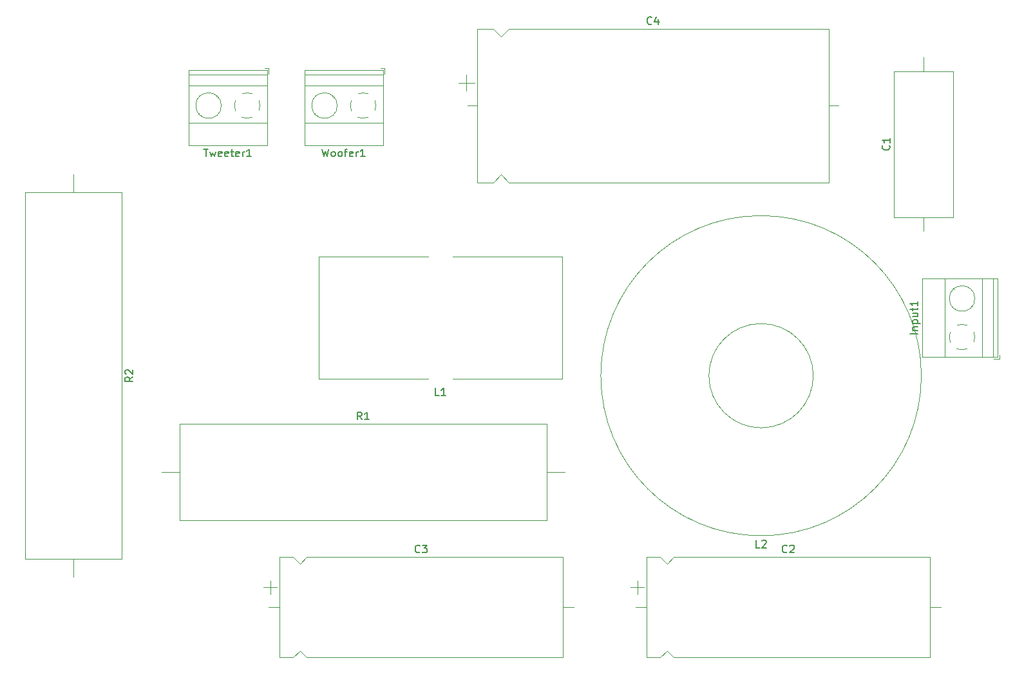
<source format=gbr>
%TF.GenerationSoftware,KiCad,Pcbnew,6.0.2+dfsg-1*%
%TF.CreationDate,2022-10-05T13:12:57-04:00*%
%TF.ProjectId,overnight-sensations,6f766572-6e69-4676-9874-2d73656e7361,rev?*%
%TF.SameCoordinates,Original*%
%TF.FileFunction,Legend,Top*%
%TF.FilePolarity,Positive*%
%FSLAX46Y46*%
G04 Gerber Fmt 4.6, Leading zero omitted, Abs format (unit mm)*
G04 Created by KiCad (PCBNEW 6.0.2+dfsg-1) date 2022-10-05 13:12:57*
%MOMM*%
%LPD*%
G01*
G04 APERTURE LIST*
%ADD10C,0.150000*%
%ADD11C,0.120000*%
G04 APERTURE END LIST*
D10*
%TO.C,C2*%
X228433333Y-117197142D02*
X228385714Y-117244761D01*
X228242857Y-117292380D01*
X228147619Y-117292380D01*
X228004761Y-117244761D01*
X227909523Y-117149523D01*
X227861904Y-117054285D01*
X227814285Y-116863809D01*
X227814285Y-116720952D01*
X227861904Y-116530476D01*
X227909523Y-116435238D01*
X228004761Y-116340000D01*
X228147619Y-116292380D01*
X228242857Y-116292380D01*
X228385714Y-116340000D01*
X228433333Y-116387619D01*
X228814285Y-116387619D02*
X228861904Y-116340000D01*
X228957142Y-116292380D01*
X229195238Y-116292380D01*
X229290476Y-116340000D01*
X229338095Y-116387619D01*
X229385714Y-116482857D01*
X229385714Y-116578095D01*
X229338095Y-116720952D01*
X228766666Y-117292380D01*
X229385714Y-117292380D01*
%TO.C,Input1*%
X245652380Y-88479047D02*
X244652380Y-88479047D01*
X244985714Y-88002857D02*
X245652380Y-88002857D01*
X245080952Y-88002857D02*
X245033333Y-87955238D01*
X244985714Y-87860000D01*
X244985714Y-87717142D01*
X245033333Y-87621904D01*
X245128571Y-87574285D01*
X245652380Y-87574285D01*
X244985714Y-87098095D02*
X245985714Y-87098095D01*
X245033333Y-87098095D02*
X244985714Y-87002857D01*
X244985714Y-86812380D01*
X245033333Y-86717142D01*
X245080952Y-86669523D01*
X245176190Y-86621904D01*
X245461904Y-86621904D01*
X245557142Y-86669523D01*
X245604761Y-86717142D01*
X245652380Y-86812380D01*
X245652380Y-87002857D01*
X245604761Y-87098095D01*
X244985714Y-85764761D02*
X245652380Y-85764761D01*
X244985714Y-86193333D02*
X245509523Y-86193333D01*
X245604761Y-86145714D01*
X245652380Y-86050476D01*
X245652380Y-85907619D01*
X245604761Y-85812380D01*
X245557142Y-85764761D01*
X244985714Y-85431428D02*
X244985714Y-85050476D01*
X244652380Y-85288571D02*
X245509523Y-85288571D01*
X245604761Y-85240952D01*
X245652380Y-85145714D01*
X245652380Y-85050476D01*
X245652380Y-84193333D02*
X245652380Y-84764761D01*
X245652380Y-84479047D02*
X244652380Y-84479047D01*
X244795238Y-84574285D01*
X244890476Y-84669523D01*
X244938095Y-84764761D01*
%TO.C,Tweeter1*%
X151773333Y-64132380D02*
X152344761Y-64132380D01*
X152059047Y-65132380D02*
X152059047Y-64132380D01*
X152582857Y-64465714D02*
X152773333Y-65132380D01*
X152963809Y-64656190D01*
X153154285Y-65132380D01*
X153344761Y-64465714D01*
X154106666Y-65084761D02*
X154011428Y-65132380D01*
X153820952Y-65132380D01*
X153725714Y-65084761D01*
X153678095Y-64989523D01*
X153678095Y-64608571D01*
X153725714Y-64513333D01*
X153820952Y-64465714D01*
X154011428Y-64465714D01*
X154106666Y-64513333D01*
X154154285Y-64608571D01*
X154154285Y-64703809D01*
X153678095Y-64799047D01*
X154963809Y-65084761D02*
X154868571Y-65132380D01*
X154678095Y-65132380D01*
X154582857Y-65084761D01*
X154535238Y-64989523D01*
X154535238Y-64608571D01*
X154582857Y-64513333D01*
X154678095Y-64465714D01*
X154868571Y-64465714D01*
X154963809Y-64513333D01*
X155011428Y-64608571D01*
X155011428Y-64703809D01*
X154535238Y-64799047D01*
X155297142Y-64465714D02*
X155678095Y-64465714D01*
X155440000Y-64132380D02*
X155440000Y-64989523D01*
X155487619Y-65084761D01*
X155582857Y-65132380D01*
X155678095Y-65132380D01*
X156392380Y-65084761D02*
X156297142Y-65132380D01*
X156106666Y-65132380D01*
X156011428Y-65084761D01*
X155963809Y-64989523D01*
X155963809Y-64608571D01*
X156011428Y-64513333D01*
X156106666Y-64465714D01*
X156297142Y-64465714D01*
X156392380Y-64513333D01*
X156440000Y-64608571D01*
X156440000Y-64703809D01*
X155963809Y-64799047D01*
X156868571Y-65132380D02*
X156868571Y-64465714D01*
X156868571Y-64656190D02*
X156916190Y-64560952D01*
X156963809Y-64513333D01*
X157059047Y-64465714D01*
X157154285Y-64465714D01*
X158011428Y-65132380D02*
X157440000Y-65132380D01*
X157725714Y-65132380D02*
X157725714Y-64132380D01*
X157630476Y-64275238D01*
X157535238Y-64370476D01*
X157440000Y-64418095D01*
%TO.C,C4*%
X210653333Y-47657142D02*
X210605714Y-47704761D01*
X210462857Y-47752380D01*
X210367619Y-47752380D01*
X210224761Y-47704761D01*
X210129523Y-47609523D01*
X210081904Y-47514285D01*
X210034285Y-47323809D01*
X210034285Y-47180952D01*
X210081904Y-46990476D01*
X210129523Y-46895238D01*
X210224761Y-46800000D01*
X210367619Y-46752380D01*
X210462857Y-46752380D01*
X210605714Y-46800000D01*
X210653333Y-46847619D01*
X211510476Y-47085714D02*
X211510476Y-47752380D01*
X211272380Y-46704761D02*
X211034285Y-47419047D01*
X211653333Y-47419047D01*
%TO.C,R1*%
X172553333Y-99762380D02*
X172220000Y-99286190D01*
X171981904Y-99762380D02*
X171981904Y-98762380D01*
X172362857Y-98762380D01*
X172458095Y-98810000D01*
X172505714Y-98857619D01*
X172553333Y-98952857D01*
X172553333Y-99095714D01*
X172505714Y-99190952D01*
X172458095Y-99238571D01*
X172362857Y-99286190D01*
X171981904Y-99286190D01*
X173505714Y-99762380D02*
X172934285Y-99762380D01*
X173220000Y-99762380D02*
X173220000Y-98762380D01*
X173124761Y-98905238D01*
X173029523Y-99000476D01*
X172934285Y-99048095D01*
%TO.C,Woofer1*%
X167346666Y-64132380D02*
X167584761Y-65132380D01*
X167775238Y-64418095D01*
X167965714Y-65132380D01*
X168203809Y-64132380D01*
X168727619Y-65132380D02*
X168632380Y-65084761D01*
X168584761Y-65037142D01*
X168537142Y-64941904D01*
X168537142Y-64656190D01*
X168584761Y-64560952D01*
X168632380Y-64513333D01*
X168727619Y-64465714D01*
X168870476Y-64465714D01*
X168965714Y-64513333D01*
X169013333Y-64560952D01*
X169060952Y-64656190D01*
X169060952Y-64941904D01*
X169013333Y-65037142D01*
X168965714Y-65084761D01*
X168870476Y-65132380D01*
X168727619Y-65132380D01*
X169632380Y-65132380D02*
X169537142Y-65084761D01*
X169489523Y-65037142D01*
X169441904Y-64941904D01*
X169441904Y-64656190D01*
X169489523Y-64560952D01*
X169537142Y-64513333D01*
X169632380Y-64465714D01*
X169775238Y-64465714D01*
X169870476Y-64513333D01*
X169918095Y-64560952D01*
X169965714Y-64656190D01*
X169965714Y-64941904D01*
X169918095Y-65037142D01*
X169870476Y-65084761D01*
X169775238Y-65132380D01*
X169632380Y-65132380D01*
X170251428Y-64465714D02*
X170632380Y-64465714D01*
X170394285Y-65132380D02*
X170394285Y-64275238D01*
X170441904Y-64180000D01*
X170537142Y-64132380D01*
X170632380Y-64132380D01*
X171346666Y-65084761D02*
X171251428Y-65132380D01*
X171060952Y-65132380D01*
X170965714Y-65084761D01*
X170918095Y-64989523D01*
X170918095Y-64608571D01*
X170965714Y-64513333D01*
X171060952Y-64465714D01*
X171251428Y-64465714D01*
X171346666Y-64513333D01*
X171394285Y-64608571D01*
X171394285Y-64703809D01*
X170918095Y-64799047D01*
X171822857Y-65132380D02*
X171822857Y-64465714D01*
X171822857Y-64656190D02*
X171870476Y-64560952D01*
X171918095Y-64513333D01*
X172013333Y-64465714D01*
X172108571Y-64465714D01*
X172965714Y-65132380D02*
X172394285Y-65132380D01*
X172680000Y-65132380D02*
X172680000Y-64132380D01*
X172584761Y-64275238D01*
X172489523Y-64370476D01*
X172394285Y-64418095D01*
%TO.C,C3*%
X180173333Y-117197142D02*
X180125714Y-117244761D01*
X179982857Y-117292380D01*
X179887619Y-117292380D01*
X179744761Y-117244761D01*
X179649523Y-117149523D01*
X179601904Y-117054285D01*
X179554285Y-116863809D01*
X179554285Y-116720952D01*
X179601904Y-116530476D01*
X179649523Y-116435238D01*
X179744761Y-116340000D01*
X179887619Y-116292380D01*
X179982857Y-116292380D01*
X180125714Y-116340000D01*
X180173333Y-116387619D01*
X180506666Y-116292380D02*
X181125714Y-116292380D01*
X180792380Y-116673333D01*
X180935238Y-116673333D01*
X181030476Y-116720952D01*
X181078095Y-116768571D01*
X181125714Y-116863809D01*
X181125714Y-117101904D01*
X181078095Y-117197142D01*
X181030476Y-117244761D01*
X180935238Y-117292380D01*
X180649523Y-117292380D01*
X180554285Y-117244761D01*
X180506666Y-117197142D01*
%TO.C,C1*%
X241867142Y-63666666D02*
X241914761Y-63714285D01*
X241962380Y-63857142D01*
X241962380Y-63952380D01*
X241914761Y-64095238D01*
X241819523Y-64190476D01*
X241724285Y-64238095D01*
X241533809Y-64285714D01*
X241390952Y-64285714D01*
X241200476Y-64238095D01*
X241105238Y-64190476D01*
X241010000Y-64095238D01*
X240962380Y-63952380D01*
X240962380Y-63857142D01*
X241010000Y-63714285D01*
X241057619Y-63666666D01*
X241962380Y-62714285D02*
X241962380Y-63285714D01*
X241962380Y-63000000D02*
X240962380Y-63000000D01*
X241105238Y-63095238D01*
X241200476Y-63190476D01*
X241248095Y-63285714D01*
%TO.C,L1*%
X182713333Y-96607380D02*
X182237142Y-96607380D01*
X182237142Y-95607380D01*
X183570476Y-96607380D02*
X182999047Y-96607380D01*
X183284761Y-96607380D02*
X183284761Y-95607380D01*
X183189523Y-95750238D01*
X183094285Y-95845476D01*
X182999047Y-95893095D01*
%TO.C,L2*%
X224873333Y-116632380D02*
X224397142Y-116632380D01*
X224397142Y-115632380D01*
X225159047Y-115727619D02*
X225206666Y-115680000D01*
X225301904Y-115632380D01*
X225540000Y-115632380D01*
X225635238Y-115680000D01*
X225682857Y-115727619D01*
X225730476Y-115822857D01*
X225730476Y-115918095D01*
X225682857Y-116060952D01*
X225111428Y-116632380D01*
X225730476Y-116632380D01*
%TO.C,R2*%
X142442380Y-94146666D02*
X141966190Y-94480000D01*
X142442380Y-94718095D02*
X141442380Y-94718095D01*
X141442380Y-94337142D01*
X141490000Y-94241904D01*
X141537619Y-94194285D01*
X141632857Y-94146666D01*
X141775714Y-94146666D01*
X141870952Y-94194285D01*
X141918571Y-94241904D01*
X141966190Y-94337142D01*
X141966190Y-94718095D01*
X141537619Y-93765714D02*
X141490000Y-93718095D01*
X141442380Y-93622857D01*
X141442380Y-93384761D01*
X141490000Y-93289523D01*
X141537619Y-93241904D01*
X141632857Y-93194285D01*
X141728095Y-93194285D01*
X141870952Y-93241904D01*
X142442380Y-93813333D01*
X142442380Y-93194285D01*
D11*
%TO.C,C2*%
X209980000Y-117840000D02*
X211780000Y-117840000D01*
X211780000Y-117840000D02*
X212680000Y-118740000D01*
X247220000Y-117840000D02*
X247220000Y-131080000D01*
X208540000Y-124460000D02*
X209980000Y-124460000D01*
X212680000Y-118740000D02*
X213580000Y-117840000D01*
X248660000Y-124460000D02*
X247220000Y-124460000D01*
X211780000Y-131080000D02*
X212680000Y-130180000D01*
X209980000Y-117840000D02*
X209980000Y-131080000D01*
X213580000Y-131080000D02*
X247220000Y-131080000D01*
X208780000Y-120960000D02*
X208780000Y-122760000D01*
X207880000Y-121860000D02*
X209680000Y-121860000D01*
X212680000Y-130180000D02*
X213580000Y-131080000D01*
X209980000Y-131080000D02*
X211780000Y-131080000D01*
X213580000Y-117840000D02*
X247220000Y-117840000D01*
%TO.C,Input1*%
X254060000Y-91500000D02*
X254060000Y-81220000D01*
X252483000Y-85047000D02*
X252529000Y-85094000D01*
X246199000Y-81220000D02*
X256120000Y-81220000D01*
X256120000Y-91500000D02*
X256120000Y-81220000D01*
X250391000Y-82545000D02*
X250437000Y-82592000D01*
X246199000Y-91500000D02*
X246199000Y-81220000D01*
X255620000Y-91740000D02*
X256360000Y-91740000D01*
X246199000Y-91500000D02*
X256120000Y-91500000D01*
X250185000Y-82750000D02*
X250221000Y-82785000D01*
X252699000Y-84854000D02*
X252734000Y-84889000D01*
X256360000Y-91740000D02*
X256360000Y-91240000D01*
X255560000Y-91500000D02*
X255560000Y-81220000D01*
X249159000Y-91500000D02*
X249159000Y-81220000D01*
X252144000Y-87365000D02*
G75*
G03*
X250776958Y-87364573I-684001J-1534993D01*
G01*
X250776000Y-90435000D02*
G75*
G03*
X252143042Y-90435427I684001J1534993D01*
G01*
X252995000Y-89584000D02*
G75*
G03*
X253140253Y-88871195I-1535001J683999D01*
G01*
X253140000Y-88900000D02*
G75*
G03*
X252994756Y-88216682I-1679992J1D01*
G01*
X249925000Y-88216000D02*
G75*
G03*
X249924573Y-89583042I1534993J-684001D01*
G01*
X253140000Y-83820000D02*
G75*
G03*
X253140000Y-83820000I-1680000J0D01*
G01*
%TO.C,Tweeter1*%
X151125000Y-59489000D02*
X151172000Y-59443000D01*
X160080000Y-53760000D02*
X149800000Y-53760000D01*
X160320000Y-54260000D02*
X160320000Y-53520000D01*
X160080000Y-63681000D02*
X149800000Y-63681000D01*
X160080000Y-60721000D02*
X149800000Y-60721000D01*
X153627000Y-57397000D02*
X153674000Y-57351000D01*
X160080000Y-54320000D02*
X149800000Y-54320000D01*
X160080000Y-63681000D02*
X160080000Y-53760000D01*
X151330000Y-59695000D02*
X151365000Y-59659000D01*
X149800000Y-63681000D02*
X149800000Y-53760000D01*
X153434000Y-57181000D02*
X153469000Y-57146000D01*
X160320000Y-53520000D02*
X159820000Y-53520000D01*
X160080000Y-55820000D02*
X149800000Y-55820000D01*
X157480000Y-56740000D02*
G75*
G03*
X156796682Y-56885244I-1J-1679992D01*
G01*
X159015000Y-59104000D02*
G75*
G03*
X159015427Y-57736958I-1534993J684001D01*
G01*
X158164000Y-56885000D02*
G75*
G03*
X157451195Y-56739747I-683999J-1535001D01*
G01*
X155945000Y-57736000D02*
G75*
G03*
X155944573Y-59103042I1534993J-684001D01*
G01*
X156796000Y-59955000D02*
G75*
G03*
X158163042Y-59955427I684001J1534993D01*
G01*
X154080000Y-58420000D02*
G75*
G03*
X154080000Y-58420000I-1680000J0D01*
G01*
%TO.C,C4*%
X186300000Y-54370000D02*
X186300000Y-56470000D01*
X191900000Y-68540000D02*
X233940000Y-68540000D01*
X187700000Y-68540000D02*
X189800000Y-68540000D01*
X187700000Y-48300000D02*
X187700000Y-68540000D01*
X187700000Y-48300000D02*
X189800000Y-48300000D01*
X189800000Y-48300000D02*
X190850000Y-49350000D01*
X191900000Y-48300000D02*
X233940000Y-48300000D01*
X233940000Y-48300000D02*
X233940000Y-68540000D01*
X190850000Y-67490000D02*
X191900000Y-68540000D01*
X185250000Y-55420000D02*
X187350000Y-55420000D01*
X186460000Y-58420000D02*
X187700000Y-58420000D01*
X189800000Y-68540000D02*
X190850000Y-67490000D01*
X235180000Y-58420000D02*
X233940000Y-58420000D01*
X190850000Y-49350000D02*
X191900000Y-48300000D01*
%TO.C,R1*%
X199220000Y-106680000D02*
X196840000Y-106680000D01*
X196840000Y-113050000D02*
X196840000Y-100310000D01*
X146220000Y-106680000D02*
X148600000Y-106680000D01*
X148600000Y-113050000D02*
X196840000Y-113050000D01*
X196840000Y-100310000D02*
X148600000Y-100310000D01*
X148600000Y-100310000D02*
X148600000Y-113050000D01*
%TO.C,Woofer1*%
X175560000Y-53520000D02*
X175060000Y-53520000D01*
X168867000Y-57397000D02*
X168914000Y-57351000D01*
X166570000Y-59695000D02*
X166605000Y-59659000D01*
X175320000Y-63681000D02*
X165040000Y-63681000D01*
X175320000Y-53760000D02*
X165040000Y-53760000D01*
X175320000Y-60721000D02*
X165040000Y-60721000D01*
X168674000Y-57181000D02*
X168709000Y-57146000D01*
X175320000Y-63681000D02*
X175320000Y-53760000D01*
X166365000Y-59489000D02*
X166412000Y-59443000D01*
X165040000Y-63681000D02*
X165040000Y-53760000D01*
X175560000Y-54260000D02*
X175560000Y-53520000D01*
X175320000Y-54320000D02*
X165040000Y-54320000D01*
X175320000Y-55820000D02*
X165040000Y-55820000D01*
X174255000Y-59104000D02*
G75*
G03*
X174255427Y-57736958I-1534993J684001D01*
G01*
X172720000Y-56740000D02*
G75*
G03*
X172036682Y-56885244I-1J-1679992D01*
G01*
X173404000Y-56885000D02*
G75*
G03*
X172691195Y-56739747I-683999J-1535001D01*
G01*
X171185000Y-57736000D02*
G75*
G03*
X171184573Y-59103042I1534993J-684001D01*
G01*
X172036000Y-59955000D02*
G75*
G03*
X173403042Y-59955427I684001J1534993D01*
G01*
X169320000Y-58420000D02*
G75*
G03*
X169320000Y-58420000I-1680000J0D01*
G01*
%TO.C,C3*%
X163520000Y-131080000D02*
X164420000Y-130180000D01*
X198960000Y-117840000D02*
X198960000Y-131080000D01*
X160520000Y-120960000D02*
X160520000Y-122760000D01*
X161720000Y-117840000D02*
X163520000Y-117840000D01*
X161720000Y-131080000D02*
X163520000Y-131080000D01*
X159620000Y-121860000D02*
X161420000Y-121860000D01*
X160280000Y-124460000D02*
X161720000Y-124460000D01*
X163520000Y-117840000D02*
X164420000Y-118740000D01*
X165320000Y-131080000D02*
X198960000Y-131080000D01*
X164420000Y-130180000D02*
X165320000Y-131080000D01*
X165320000Y-117840000D02*
X198960000Y-117840000D01*
X161720000Y-117840000D02*
X161720000Y-131080000D01*
X200400000Y-124460000D02*
X198960000Y-124460000D01*
X164420000Y-118740000D02*
X165320000Y-117840000D01*
%TO.C,C1*%
X246380000Y-74960000D02*
X246380000Y-73120000D01*
X242510000Y-73120000D02*
X250250000Y-73120000D01*
X250250000Y-53880000D02*
X242510000Y-53880000D01*
X250250000Y-73120000D02*
X250250000Y-53880000D01*
X242510000Y-53880000D02*
X242510000Y-73120000D01*
X246380000Y-52040000D02*
X246380000Y-53880000D01*
%TO.C,L1*%
X198900000Y-94425000D02*
X198900000Y-78285000D01*
X181272000Y-94425000D02*
X166860000Y-94425000D01*
X198900000Y-78285000D02*
X184488000Y-78285000D01*
X166860000Y-94425000D02*
X166860000Y-78285000D01*
X198900000Y-94425000D02*
X184488000Y-94425000D01*
X181272000Y-78285000D02*
X166860000Y-78285000D01*
%TO.C,L2*%
X231903333Y-93980000D02*
G75*
G03*
X231903333Y-93980000I-6863333J0D01*
G01*
X246110000Y-93980000D02*
G75*
G03*
X246110000Y-93980000I-21070000J0D01*
G01*
%TO.C,R2*%
X128250000Y-69860000D02*
X128250000Y-118100000D01*
X134620000Y-120480000D02*
X134620000Y-118100000D01*
X140990000Y-69860000D02*
X128250000Y-69860000D01*
X140990000Y-118100000D02*
X140990000Y-69860000D01*
X134620000Y-67480000D02*
X134620000Y-69860000D01*
X128250000Y-118100000D02*
X140990000Y-118100000D01*
%TD*%
M02*

</source>
